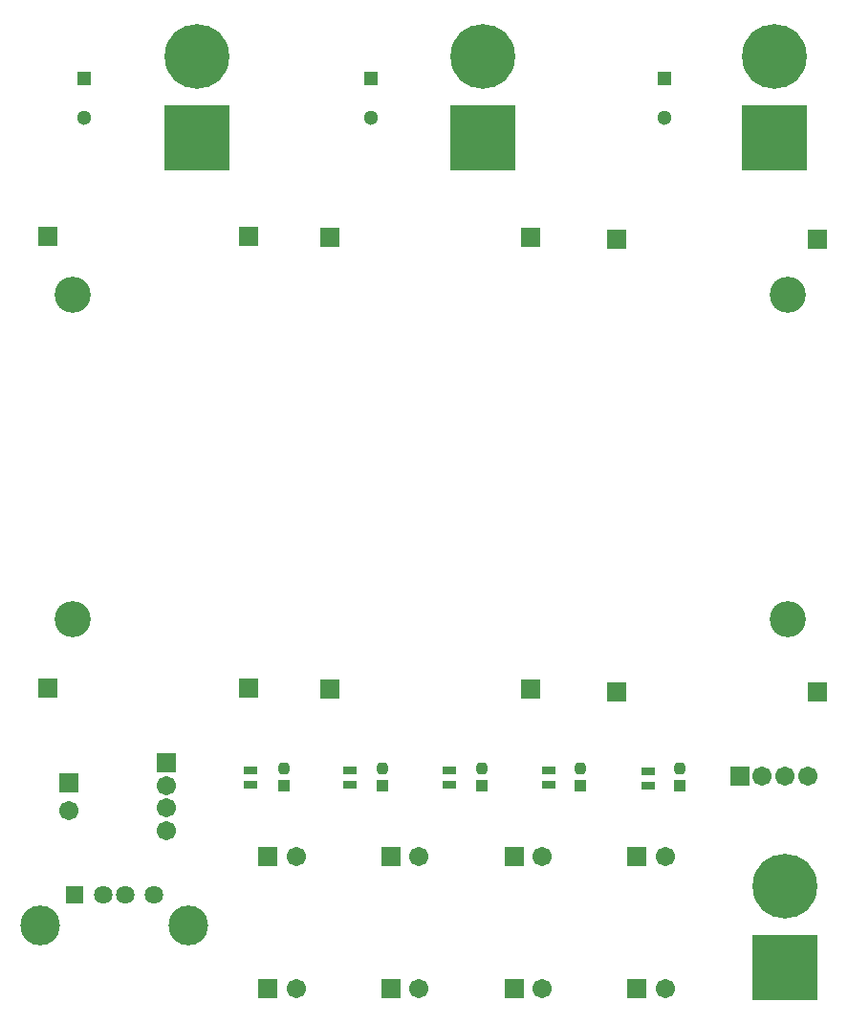
<source format=gts>
G04*
G04 #@! TF.GenerationSoftware,Altium Limited,Altium Designer,20.1.8 (145)*
G04*
G04 Layer_Color=8388736*
%FSLAX25Y25*%
%MOIN*%
G70*
G04*
G04 #@! TF.SameCoordinates,1FDAB6DA-E141-4DA2-B8DD-458AA00E26A3*
G04*
G04*
G04 #@! TF.FilePolarity,Negative*
G04*
G01*
G75*
G04:AMPARAMS|DCode=22|XSize=39.5mil|YSize=39.5mil|CornerRadius=11.87mil|HoleSize=0mil|Usage=FLASHONLY|Rotation=270.000|XOffset=0mil|YOffset=0mil|HoleType=Round|Shape=RoundedRectangle|*
%AMROUNDEDRECTD22*
21,1,0.03950,0.01575,0,0,270.0*
21,1,0.01575,0.03950,0,0,270.0*
1,1,0.02375,-0.00787,-0.00787*
1,1,0.02375,-0.00787,0.00787*
1,1,0.02375,0.00787,0.00787*
1,1,0.02375,0.00787,-0.00787*
%
%ADD22ROUNDEDRECTD22*%
%ADD23R,0.03950X0.03950*%
%ADD24R,0.04540X0.02769*%
%ADD25C,0.12611*%
%ADD26C,0.22517*%
%ADD27R,0.22517X0.22517*%
%ADD28C,0.05118*%
%ADD29R,0.05118X0.05118*%
%ADD30R,0.07099X0.07099*%
%ADD31C,0.06706*%
%ADD32R,0.06706X0.06706*%
%ADD33R,0.06422X0.06422*%
%ADD34C,0.06422*%
%ADD35C,0.13855*%
%ADD36R,0.06706X0.06706*%
D22*
X127805Y96260D02*
D03*
X231299D02*
D03*
X196801D02*
D03*
X162303D02*
D03*
X93307Y96260D02*
D03*
D23*
X127805Y90354D02*
D03*
X231299D02*
D03*
X196801D02*
D03*
X162303D02*
D03*
X93307Y90354D02*
D03*
D24*
X116535Y95866D02*
D03*
Y90748D02*
D03*
X220472Y95473D02*
D03*
Y90354D02*
D03*
X185827Y95866D02*
D03*
Y90748D02*
D03*
X151181Y95866D02*
D03*
Y90748D02*
D03*
X81890Y95866D02*
D03*
Y90748D02*
D03*
D25*
X269045Y148425D02*
D03*
Y261417D02*
D03*
X19685Y148425D02*
D03*
Y261417D02*
D03*
D26*
X268110Y55512D02*
D03*
X62992Y344488D02*
D03*
X162598D02*
D03*
X264567D02*
D03*
D27*
X268110Y27165D02*
D03*
X62992Y316142D02*
D03*
X162598D02*
D03*
X264567D02*
D03*
D28*
X23622Y323031D02*
D03*
X123622D02*
D03*
X225984D02*
D03*
D29*
X23622Y336811D02*
D03*
X123622D02*
D03*
X225984D02*
D03*
D30*
X109449Y281496D02*
D03*
Y124016D02*
D03*
X179528Y281496D02*
D03*
Y124016D02*
D03*
X279528Y123228D02*
D03*
Y280709D02*
D03*
X209449Y123228D02*
D03*
Y280709D02*
D03*
X11024Y281890D02*
D03*
Y124409D02*
D03*
X81102Y281890D02*
D03*
Y124409D02*
D03*
D31*
X52559Y74803D02*
D03*
Y90551D02*
D03*
Y82677D02*
D03*
X97638Y65748D02*
D03*
X140551Y19684D02*
D03*
X97638D02*
D03*
X275984Y93898D02*
D03*
X260236D02*
D03*
X268110D02*
D03*
X140551Y65748D02*
D03*
X183465D02*
D03*
X226378D02*
D03*
X18504Y81693D02*
D03*
X226378Y19684D02*
D03*
X183465D02*
D03*
D32*
X52559Y98425D02*
D03*
X87795Y65748D02*
D03*
X130709Y19684D02*
D03*
X87795D02*
D03*
X130709Y65748D02*
D03*
X173622D02*
D03*
X216535D02*
D03*
X216535Y19684D02*
D03*
X173622D02*
D03*
D33*
X20472Y52362D02*
D03*
D34*
X30315D02*
D03*
X38189D02*
D03*
X48031D02*
D03*
D35*
X8386Y41693D02*
D03*
X60118D02*
D03*
D36*
X252362Y93898D02*
D03*
X18504Y91535D02*
D03*
M02*

</source>
